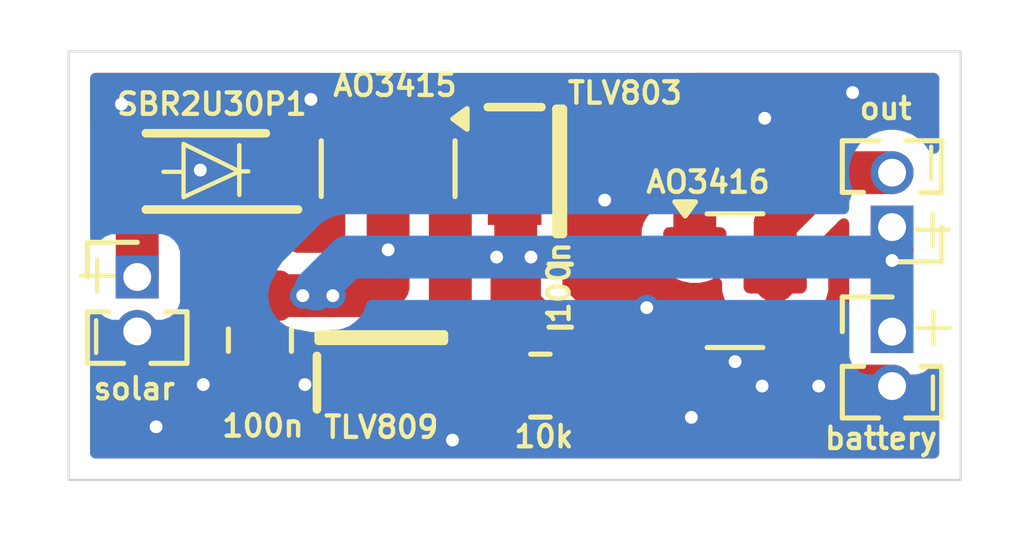
<source format=kicad_pcb>
(kicad_pcb (version 20241229) (generator "pcbnew") (generator_version "9.0")
  (layers (0 "F.Cu" signal) (2 "B.Cu" signal) (13 "F.Paste" user) (15 "B.Paste" user) (5 "F.SilkS" user "F.Silkscreen") (7 "B.SilkS" user "B.Silkscreen") (1 "F.Mask" user) (3 "B.Mask" user) (25 "Edge.Cuts" user))
  (net 0 "")
  (net 1 "-BATT")
  (net 2 "+BATT")
  (net 3 "Net-(D1-K)")
  (net 4 "Net-(D1-A)")
  (net 5 "Net-(IC1-~{RESET})")
  (net 6 "Net-(IC2-~{RESET})")
  (net 7 "Net-(J3-Pin_2)")
  (footprint "Marcus_Library:SOT95P237X112-3N" (layer "F.Cu") (at 73.45 88.3)
    (property "Reference" "IC2" (hide yes))
    (property "Value" "TLV803" (at 1.52 -1.83 0) (layer "F.SilkS") (effects (font (size 0.5 0.5) (thickness 0.1) (bold yes))))
    (fp_line (start -1.675 -1.5) (end -0.425 -1.5) (stroke (width 0.2)) (layer "F.SilkS"))
    (fp_line (start -0.075 -1.46) (end 0.075 -1.46) (stroke (width 0.2)) (layer "F.SilkS"))
    (fp_line (start -0.075 1.46) (end -0.075 -1.46) (stroke (width 0.2)) (layer "F.SilkS"))
    (fp_line (start 0.075 -1.46) (end 0.075 1.46) (stroke (width 0.2)) (layer "F.SilkS"))
    (fp_line (start 0.075 1.46) (end -0.075 1.46) (stroke (width 0.2)) (layer "F.SilkS"))
    (pad "1" smd rect (at -1.05 -0.95 90) (size 0.6 1.25) (layers "F.Cu" "F.Mask" "F.Paste") (net 6 "Net-(IC2-~{RESET})"))
    (pad "2" smd rect (at -1.05 0.95 90) (size 0.6 1.25) (layers "F.Cu" "F.Mask" "F.Paste") (net 2 "+BATT"))
    (pad "3" smd rect (at 1.05 0 90) (size 0.6 1.25) (layers "F.Cu" "F.Mask" "F.Paste") (net 1 "-BATT"))
  )
  (footprint "Capacitor_SMD:C_0805_2012Metric_Pad1.18x1.45mm_HandSolder" (layer "F.Cu") (at 66.46 92.2375 -90)
    (property "Reference" "C1" (hide yes))
    (property "Value" "100n" (at 2.0025 -0.07 180) (layer "F.SilkS") (effects (font (size 0.5 0.5) (thickness 0.1))))
    (fp_line (start -0.261252 0.735) (end 0.261252 0.735) (stroke (width 0.12)) (layer "F.SilkS"))
    (fp_line (start -0.261252 -0.735) (end 0.261252 -0.735) (stroke (width 0.12)) (layer "F.SilkS"))
    (pad "1" smd roundrect (at -1.0375 0 270) (size 1.175 1.45) (layers "F.Cu" "F.Mask" "F.Paste") (roundrect_rratio 0.212766) (net 2 "+BATT"))
    (pad "2" smd roundrect (at 1.0375 0 270) (size 1.175 1.45) (layers "F.Cu" "F.Mask" "F.Paste") (roundrect_rratio 0.212766) (net 1 "-BATT"))
  )
  (footprint "Package_TO_SOT_SMD:SOT-23" (layer "F.Cu") (at 77.5375 90.85)
    (property "Reference" "Q2" (hide yes))
    (property "Value" "AO3416" (at -0.6275 -2.3 0) (layer "F.SilkS") (effects (font (size 0.5 0.5) (thickness 0.1))))
    (fp_line (start 0 -1.56) (end -0.65 -1.56) (stroke (width 0.12)) (layer "F.SilkS"))
    (fp_line (start 0 -1.56) (end 0.65 -1.56) (stroke (width 0.12)) (layer "F.SilkS"))
    (fp_line (start 0 1.56) (end -0.65 1.56) (stroke (width 0.12)) (layer "F.SilkS"))
    (fp_line (start 0 1.56) (end 0.65 1.56) (stroke (width 0.12)) (layer "F.SilkS"))
    (fp_poly (pts (xy -1.1625 -1.51) (xy -1.4025 -1.84) (xy -0.9225 -1.84)) (stroke (width 0.12)) (fill yes) (layer "F.SilkS"))
    (pad "1" smd roundrect (at -0.9375 -0.95) (size 1.475 0.6) (layers "F.Cu" "F.Mask" "F.Paste") (net 6 "Net-(IC2-~{RESET})"))
    (pad "2" smd roundrect (at -0.9375 0.95) (size 1.475 0.6) (layers "F.Cu" "F.Mask" "F.Paste") (net 1 "-BATT"))
    (pad "3" smd roundrect (at 0.9375 0) (size 1.475 0.6) (layers "F.Cu" "F.Mask" "F.Paste") (net 7 "Net-(J3-Pin_2)"))
  )
  (footprint "Package_TO_SOT_SMD:SOT-23" (layer "F.Cu") (at 69.45 88.2375 -90)
    (property "Reference" "Q1" (hide yes))
    (property "Value" "AO3415" (at -1.9475 -0.16 180) (layer "F.SilkS") (effects (font (size 0.5 0.5) (thickness 0.1))))
    (fp_line (start 0 1.56) (end -0.65 1.56) (stroke (width 0.12)) (layer "F.SilkS"))
    (fp_line (start 0 1.56) (end 0.65 1.56) (stroke (width 0.12)) (layer "F.SilkS"))
    (fp_line (start 0 -1.56) (end -0.65 -1.56) (stroke (width 0.12)) (layer "F.SilkS"))
    (fp_line (start 0 -1.56) (end 0.65 -1.56) (stroke (width 0.12)) (layer "F.SilkS"))
    (fp_poly (pts (xy -1.1625 -1.51) (xy -1.4025 -1.84) (xy -0.9225 -1.84)) (stroke (width 0.12)) (fill yes) (layer "F.SilkS"))
    (pad "1" smd roundrect (at -0.9375 -0.95 270) (size 1.475 0.6) (layers "F.Cu" "F.Mask" "F.Paste") (net 5 "Net-(IC1-~{RESET})"))
    (pad "2" smd roundrect (at -0.9375 0.95 270) (size 1.475 0.6) (layers "F.Cu" "F.Mask" "F.Paste") (net 3 "Net-(D1-K)"))
    (pad "3" smd roundrect (at 0.9375 0 270) (size 1.475 0.6) (layers "F.Cu" "F.Mask" "F.Paste") (net 2 "+BATT"))
  )
  (footprint "Capacitor_SMD:C_0805_2012Metric_Pad1.18x1.45mm_HandSolder" (layer "F.Cu") (at 73.4625 91.2)
    (property "Reference" "C2" (hide yes))
    (property "Value" "100n" (at -0.0325 -0.3 90) (layer "F.SilkS") (effects (font (size 0.5 0.5) (thickness 0.1))))
    (fp_line (start -0.261252 -0.735) (end 0.261252 -0.735) (stroke (width 0.12)) (layer "F.SilkS"))
    (fp_line (start -0.261252 0.735) (end 0.261252 0.735) (stroke (width 0.12)) (layer "F.SilkS"))
    (pad "1" smd roundrect (at -1.0375 0) (size 1.175 1.45) (layers "F.Cu" "F.Mask" "F.Paste") (roundrect_rratio 0.212766) (net 2 "+BATT"))
    (pad "2" smd roundrect (at 1.0375 0) (size 1.175 1.45) (layers "F.Cu" "F.Mask" "F.Paste") (roundrect_rratio 0.212766) (net 1 "-BATT"))
  )
  (footprint "Resistor_SMD:R_0805_2012Metric_Pad1.20x1.40mm_HandSolder" (layer "F.Cu") (at 73 93.3 180)
    (property "Reference" "R1" (hide yes))
    (property "Value" "10k" (at -0.08 -1.19 0) (layer "F.SilkS") (effects (font (size 0.5 0.5) (thickness 0.1))))
    (fp_line (start -0.227064 0.735) (end 0.227064 0.735) (stroke (width 0.12)) (layer "F.SilkS"))
    (fp_line (start -0.227064 -0.735) (end 0.227064 -0.735) (stroke (width 0.12)) (layer "F.SilkS"))
    (pad "1" smd roundrect (at -1 0 180) (size 1.2 1.4) (layers "F.Cu" "F.Mask" "F.Paste") (roundrect_rratio 0.208333) (net 2 "+BATT"))
    (pad "2" smd roundrect (at 1 0 180) (size 1.2 1.4) (layers "F.Cu" "F.Mask" "F.Paste") (roundrect_rratio 0.208333) (net 5 "Net-(IC1-~{RESET})"))
  )
  (footprint "Connector_PinHeader_1.27mm:PinHeader_1x02_P1.27mm_Vertical" (layer "F.Cu") (at 81.2 92.04)
    (property "Reference" "J2" (hide yes))
    (property "Value" "battery" (at -0.26 2.49 0) (layer "F.SilkS") (effects (font (size 0.5 0.5) (thickness 0.1))))
    (fp_line (start -1.16 -0.81) (end 0 -0.81) (stroke (width 0.12)) (layer "F.SilkS"))
    (fp_line (start -1.16 0) (end -1.16 -0.81) (stroke (width 0.12)) (layer "F.SilkS"))
    (fp_line (start -1.16 0.81) (end -1.16 2.015) (stroke (width 0.12)) (layer "F.SilkS"))
    (fp_line (start -1.16 0.81) (end -0.666708 0.81) (stroke (width 0.12)) (layer "F.SilkS"))
    (fp_line (start -1.16 2.015) (end -0.317923 2.015) (stroke (width 0.12)) (layer "F.SilkS"))
    (fp_line (start 0.317923 2.015) (end 1.16 2.015) (stroke (width 0.12)) (layer "F.SilkS"))
    (fp_line (start 0.666708 0.81) (end 1.16 0.81) (stroke (width 0.12)) (layer "F.SilkS"))
    (fp_line (start 1.16 0.81) (end 1.16 2.015) (stroke (width 0.12)) (layer "F.SilkS"))
    (pad "1" thru_hole rect (at 0 0) (size 1 1) (drill 0.65) (layers "*.Cu" "*.Mask") (net 2 "+BATT"))
    (pad "2" thru_hole circle (at 0 1.27) (size 1 1) (drill 0.65) (layers "*.Cu" "*.Mask") (net 1 "-BATT"))
  )
  (footprint "Marcus_Library:SODFL3718X100N" (layer "F.Cu") (at 65.2 88.3 180)
    (property "Reference" "D1" (hide yes))
    (property "Value" "SBR2U30P1" (at -0.14 1.57 0) (layer "F.SilkS") (effects (font (size 0.5 0.5) (thickness 0.1))))
    (fp_line (start -1.4 0.89) (end 1.4 0.89) (stroke (width 0.2)) (layer "F.SilkS"))
    (fp_line (start -2.15 -0.89) (end 1.4 -0.89) (stroke (width 0.2)) (layer "F.SilkS"))
    (pad "1" smd rect (at -1.6 0 180) (size 1.1 1.27) (layers "F.Cu" "F.Mask" "F.Paste") (net 3 "Net-(D1-K)"))
    (pad "2" smd rect (at 1.6 0 180) (size 1.1 1.27) (layers "F.Cu" "F.Mask" "F.Paste") (net 4 "Net-(D1-A)"))
  )
  (footprint "Connector_PinHeader_1.27mm:PinHeader_1x02_P1.27mm_Vertical" (layer "F.Cu") (at 81.2 89.6 180)
    (property "Reference" "J3" (hide yes))
    (property "Value" "out" (at 0.15 2.77 0) (layer "F.SilkS") (effects (font (size 0.5 0.5) (thickness 0.1))))
    (fp_line (start 1.16 0.81) (end 1.16 2.015) (stroke (width 0.12)) (layer "F.SilkS"))
    (fp_line (start 0.666708 0.81) (end 1.16 0.81) (stroke (width 0.12)) (layer "F.SilkS"))
    (fp_line (start 0.317923 2.015) (end 1.16 2.015) (stroke (width 0.12)) (layer "F.SilkS"))
    (fp_line (start -1.16 2.015) (end -0.317923 2.015) (stroke (width 0.12)) (layer "F.SilkS"))
    (fp_line (start -1.16 0.81) (end -0.666708 0.81) (stroke (width 0.12)) (layer "F.SilkS"))
    (fp_line (start -1.16 0.81) (end -1.16 2.015) (stroke (width 0.12)) (layer "F.SilkS"))
    (fp_line (start -1.16 0) (end -1.16 -0.81) (stroke (width 0.12)) (layer "F.SilkS"))
    (fp_line (start -1.16 -0.81) (end 0 -0.81) (stroke (width 0.12)) (layer "F.SilkS"))
    (pad "1" thru_hole rect (at 0 0 180) (size 1 1) (drill 0.65) (layers "*.Cu" "*.Mask") (net 2 "+BATT"))
    (pad "2" thru_hole circle (at 0 1.27 180) (size 1 1) (drill 0.65) (layers "*.Cu" "*.Mask") (net 7 "Net-(J3-Pin_2)"))
  )
  (footprint "Connector_PinHeader_1.27mm:PinHeader_1x02_P1.27mm_Vertical" (layer "F.Cu") (at 63.6 90.765)
    (property "Reference" "J1" (hide yes))
    (property "Value" "solar" (at -0.07 2.605 180) (layer "F.SilkS") (effects (font (size 0.5 0.5) (thickness 0.1))))
    (fp_line (start -1.16 -0.81) (end 0 -0.81) (stroke (width 0.12)) (layer "F.SilkS"))
    (fp_line (start -1.16 0) (end -1.16 -0.81) (stroke (width 0.12)) (layer "F.SilkS"))
    (fp_line (start -1.16 0.81) (end -1.16 2.015) (stroke (width 0.12)) (layer "F.SilkS"))
    (fp_line (start -1.16 0.81) (end -0.666708 0.81) (stroke (width 0.12)) (layer "F.SilkS"))
    (fp_line (start -1.16 2.015) (end -0.317923 2.015) (stroke (width 0.12)) (layer "F.SilkS"))
    (fp_line (start 0.317923 2.015) (end 1.16 2.015) (stroke (width 0.12)) (layer "F.SilkS"))
    (fp_line (start 0.666708 0.81) (end 1.16 0.81) (stroke (width 0.12)) (layer "F.SilkS"))
    (fp_line (start 1.16 0.81) (end 1.16 2.015) (stroke (width 0.12)) (layer "F.SilkS"))
    (pad "1" thru_hole rect (at 0 0) (size 1 1) (drill 0.65) (layers "*.Cu" "*.Mask") (net 4 "Net-(D1-A)"))
    (pad "2" thru_hole circle (at 0 1.27) (size 1 1) (drill 0.65) (layers "*.Cu" "*.Mask") (net 1 "-BATT"))
  )
  (footprint "Marcus_Library:SOT95P237X95-3N" (layer "F.Cu") (at 69.29 92.18 90)
    (property "Reference" "IC1" (hide yes))
    (property "Value" "TLV809" (at -2.09 0 180) (layer "F.SilkS") (effects (font (size 0.5 0.5) (thickness 0.1) (bold yes))))
    (fp_line (start -1.675 -1.5) (end -0.425 -1.5) (stroke (width 0.2)) (layer "F.SilkS"))
    (fp_line (start 0.075 -1.46) (end 0.075 1.46) (stroke (width 0.2)) (layer "F.SilkS"))
    (fp_line (start -0.075 -1.46) (end 0.075 -1.46) (stroke (width 0.2)) (layer "F.SilkS"))
    (fp_line (start 0.075 1.46) (end -0.075 1.46) (stroke (width 0.2)) (layer "F.SilkS"))
    (fp_line (start -0.075 1.46) (end -0.075 -1.46) (stroke (width 0.2)) (layer "F.SilkS"))
    (pad "1" smd rect (at -1.05 -0.95 180) (size 0.6 1.25) (layers "F.Cu" "F.Mask" "F.Paste") (net 1 "-BATT"))
    (pad "2" smd rect (at -1.05 0.95 180) (size 0.6 1.25) (layers "F.Cu" "F.Mask" "F.Paste") (net 5 "Net-(IC1-~{RESET})"))
    (pad "3" smd rect (at 1.05 0 180) (size 0.6 1.25) (layers "F.Cu" "F.Mask" "F.Paste") (net 2 "+BATT"))
  )
  (gr_line (start 65.98 88.3) (end 64.68 87.66) (stroke (width 0.1)) (layer "F.SilkS"))
  (gr_line (start 65.98 87.69) (end 65.98 88.85) (stroke (width 0.1)) (layer "F.SilkS"))
  (gr_line (start 65.98 88.3) (end 66.19 88.3) (stroke (width 0.1)) (layer "F.SilkS"))
  (gr_line (start 64.68 87.66) (end 64.68 88.9) (stroke (width 0.1)) (layer "F.SilkS"))
  (gr_line (start 65.98 87.86) (end 65.98 87.69) (stroke (width 0.1)) (layer "F.SilkS"))
  (gr_line (start 64.68 88.9) (end 65.98 88.3) (stroke (width 0.1)) (layer "F.SilkS"))
  (gr_line (start 64.21 88.31) (end 64.68 88.31) (stroke (width 0.1)) (layer "F.SilkS"))
  (gr_line (start 65.98 87.86) (end 65.98 88.74) (stroke (width 0.1)) (layer "F.SilkS"))
  (gr_rect (start 62 85.5) (end 82.8 95.5) (stroke (width 0.05)) (fill no) (layer "Edge.Cuts"))
  (gr_text "-" (at 82.62 88.79 90) (layer "F.SilkS") (effects (font (size 1 1) (thickness 0.1)) (justify left bottom)))
  (gr_text "+" (at 81.46 90.17 0) (layer "F.SilkS") (effects (font (size 1 1) (thickness 0.1)) (justify left bottom)))
  (gr_text "-" (at 63.15 92.84 90) (layer "F.SilkS") (effects (font (size 1 1) (thickness 0.1)) (justify left bottom)))
  (gr_text "-" (at 82.66 94.15 90) (layer "F.SilkS") (effects (font (size 1 1) (thickness 0.1)) (justify left bottom)))
  (gr_text "+" (at 61.98 91.24 0) (layer "F.SilkS") (effects (font (size 1 1) (thickness 0.1)) (justify left bottom)))
  (gr_text "+" (at 81.48 92.46 0) (layer "F.SilkS") (effects (font (size 1 1) (thickness 0.1)) (justify left bottom)))
  (segment (start 75.8 91.8) (end 75.48 91.48) (width 1) (layer "F.Cu") (net 1))
  (segment (start 79.49 93.31) (end 78.17 93.31) (width 1) (layer "F.Cu") (net 1))
  (segment (start 75.48 91.48) (end 75.2 91.2) (width 1) (layer "F.Cu") (net 1))
  (segment (start 74.5 88.97) (end 74.5 91.2) (width 1) (layer "F.Cu") (net 1))
  (segment (start 64.84 93.275) (end 63.6 92.035) (width 1) (layer "F.Cu") (net 1))
  (segment (start 81.2 93.31) (end 79.49 93.31) (width 1) (layer "F.Cu") (net 1))
  (segment (start 67.51 93.275) (end 68.295 93.275) (width 1) (layer "F.Cu") (net 1))
  (segment (start 75.2 91.2) (end 74.5 91.2) (width 1) (layer "F.Cu") (net 1))
  (segment (start 66.46 93.275) (end 65.14 93.275) (width 1) (layer "F.Cu") (net 1))
  (segment (start 66.46 93.275) (end 67.51 93.275) (width 1) (layer "F.Cu") (net 1))
  (segment (start 78.17 93.31) (end 78.11 93.31) (width 1) (layer "F.Cu") (net 1))
  (segment (start 78.11 93.31) (end 77.54 92.74) (width 1) (layer "F.Cu") (net 1))
  (segment (start 77.54 92.74) (end 76.6 91.8) (width 1) (layer "F.Cu") (net 1))
  (segment (start 68.295 93.275) (end 68.34 93.23) (width 0.2) (layer "F.Cu") (net 1))
  (segment (start 76.6 91.8) (end 75.8 91.8) (width 1) (layer "F.Cu") (net 1))
  (segment (start 74.5 88.3) (end 74.5 88.97) (width 1) (layer "F.Cu") (net 1))
  (segment (start 65.14 93.275) (end 64.84 93.275) (width 1) (layer "F.Cu") (net 1))
  (via (at 80.28 86.46) (size 0.6) (drill 0.3) (layers "F.Cu" "B.Cu") (net 1))
  (via (at 78.17 93.31) (size 0.6) (drill 0.3) (layers "F.Cu" "B.Cu") (net 1))
  (via (at 75.48 91.48) (size 0.6) (drill 0.3) (layers "F.Cu" "B.Cu") (net 1))
  (via (at 65.07 88.27) (size 0.6) (drill 0.3) (layers "F.Cu" "B.Cu") (net 1))
  (via (at 63.23 86.73) (size 0.6) (drill 0.3) (layers "F.Cu" "B.Cu") (net 1))
  (via (at 67.65 86.62) (size 0.6) (drill 0.3) (layers "F.Cu" "B.Cu") (net 1))
  (via (at 78.23 87.06) (size 0.6) (drill 0.3) (layers "F.Cu" "B.Cu") (net 1))
  (via (at 64.04 94.26) (size 0.6) (drill 0.3) (layers "F.Cu" "B.Cu") (net 1))
  (via (at 76.52 94.04) (size 0.6) (drill 0.3) (layers "F.Cu" "B.Cu") (net 1))
  (via (at 79.49 93.31) (size 0.6) (drill 0.3) (layers "F.Cu" "B.Cu") (net 1))
  (via (at 65.14 93.275) (size 0.6) (drill 0.3) (layers "F.Cu" "B.Cu") (net 1))
  (via (at 74.5 88.97) (size 0.6) (drill 0.3) (layers "F.Cu" "B.Cu") (net 1))
  (via (at 77.54 92.74) (size 0.6) (drill 0.3) (layers "F.Cu" "B.Cu") (net 1))
  (via (at 67.51 93.275) (size 0.6) (drill 0.3) (layers "F.Cu" "B.Cu") (net 1))
  (via (at 70.95 94.57) (size 0.6) (drill 0.3) (layers "F.Cu" "B.Cu") (net 1))
  (segment (start 68.16 91.2) (end 69.22 91.2) (width 1) (layer "F.Cu") (net 2))
  (segment (start 67.46 91.2) (end 68.16 91.2) (width 1) (layer "F.Cu") (net 2))
  (segment (start 81.2 89.6) (end 81.2 90.38) (width 1) (layer "F.Cu") (net 2))
  (segment (start 69.22 91.2) (end 69.29 91.13) (width 0.2) (layer "F.Cu") (net 2))
  (segment (start 69.45 90.97) (end 69.29 91.13) (width 0.2) (layer "F.Cu") (net 2))
  (segment (start 81.2 90.38) (end 81.2 92) (width 1) (layer "F.Cu") (net 2))
  (segment (start 81.2 92) (end 81.24 92.04) (width 0.2) (layer "F.Cu") (net 2))
  (segment (start 66.46 91.2) (end 67.46 91.2) (width 1) (layer "F.Cu") (net 2))
  (segment (start 72.425 91.325) (end 72.425 91.2) (width 0.2) (layer "F.Cu") (net 2))
  (segment (start 72.425 90.3) (end 72.425 89.275) (width 1) (layer "F.Cu") (net 2))
  (segment (start 69.45 89.175) (end 69.45 90.13) (width 1) (layer "F.Cu") (net 2))
  (segment (start 69.45 90.13) (end 69.45 90.3) (width 1) (layer "F.Cu") (net 2))
  (segment (start 74.4 93.3) (end 72.425 91.325) (width 1) (layer "F.Cu") (net 2))
  (segment (start 72.425 91.2) (end 72.425 90.3) (width 1) (layer "F.Cu") (net 2))
  (segment (start 69.45 90.3) (end 69.45 90.97) (width 1) (layer "F.Cu") (net 2))
  (segment (start 72.425 89.275) (end 72.4 89.25) (width 0.2) (layer "F.Cu") (net 2))
  (via (at 72.78 90.3) (size 0.6) (drill 0.3) (layers "F.Cu" "B.Cu") (net 2))
  (via (at 69.45 90.13) (size 0.6) (drill 0.3) (layers "F.Cu" "B.Cu") (net 2))
  (via (at 67.46 91.2) (size 0.6) (drill 0.3) (layers "F.Cu" "B.Cu") (net 2))
  (via (at 71.98 90.3) (size 0.6) (drill 0.3) (layers "F.Cu" "B.Cu") (net 2))
  (via (at 81.2 90.38) (size 0.6) (drill 0.3) (layers "F.Cu" "B.Cu") (net 2))
  (via (at 68.16 91.2) (size 0.6) (drill 0.3) (layers "F.Cu" "B.Cu") (net 2))
  (segment (start 69.45 90.3) (end 69.89 90.3) (width 1) (layer "B.Cu") (net 2))
  (segment (start 68.51 90.3) (end 67.76 91.05) (width 1) (layer "B.Cu") (net 2))
  (segment (start 71.98 90.3) (end 72.425 90.3) (width 1) (layer "B.Cu") (net 2))
  (segment (start 72.78 90.3) (end 81.2 90.3) (width 1) (layer "B.Cu") (net 2))
  (segment (start 69.89 90.3) (end 71.98 90.3) (width 1) (layer "B.Cu") (net 2))
  (segment (start 69.45 90.3) (end 68.51 90.3) (width 1) (layer "B.Cu") (net 2))
  (segment (start 72.425 90.3) (end 72.78 90.3) (width 1) (layer "B.Cu") (net 2))
  (segment (start 81.2 90.3) (end 81.2 92.04) (width 1) (layer "B.Cu") (net 2))
  (segment (start 67.5 88.3) (end 68.5 87.3) (width 1) (layer "F.Cu") (net 3))
  (segment (start 66.8 88.3) (end 67.5 88.3) (width 1) (layer "F.Cu") (net 3))
  (segment (start 63.6 88.3) (end 63.6 90.765) (width 1) (layer "F.Cu") (net 4))
  (segment (start 70.24 93.23) (end 70.24 93.64) (width 0.2) (layer "F.Cu") (net 5))
  (segment (start 70.4 87.3) (end 70.9 87.8) (width 1) (layer "F.Cu") (net 5))
  (segment (start 70.4 93.07) (end 70.24 93.23) (width 0.2) (layer "F.Cu") (net 5))
  (segment (start 70.9 87.8) (end 70.9 93.23) (width 1) (layer "F.Cu") (net 5))
  (segment (start 70.9 93.23) (end 72.33 93.23) (width 1) (layer "F.Cu") (net 5))
  (segment (start 72.33 93.23) (end 72.4 93.3) (width 0.2) (layer "F.Cu") (net 5))
  (segment (start 70.24 93.23) (end 70.9 93.23) (width 1) (layer "F.Cu") (net 5))
  (segment (start 72.4 87.35) (end 72.45 87.35) (width 0.2) (layer "F.Cu") (net 6))
  (segment (start 75.7 86.8) (end 76.6 87.7) (width 1) (layer "F.Cu") (net 6))
  (segment (start 73 86.8) (end 75.7 86.8) (width 1) (layer "F.Cu") (net 6))
  (segment (start 72.45 87.35) (end 73 86.8) (width 1) (layer "F.Cu") (net 6))
  (segment (start 76.6 87.7) (end 76.6 89.9) (width 1) (layer "F.Cu") (net 6))
  (segment (start 81.2 88.33) (end 79.67 88.33) (width 1) (layer "F.Cu") (net 7))
  (segment (start 78.475 89.525) (end 78.475 90.85) (width 1) (layer "F.Cu") (net 7))
  (segment (start 79.67 88.33) (end 78.475 89.525) (width 1) (layer "F.Cu") (net 7))
  (zone (net 1) (net_name "-BATT") (layer "F.Cu") (priority 2) (connect_pads yes (clearance 0.5)) (min_thickness 0.25) (fill yes (thermal_gap 0.5) (thermal_bridge_width 0.5))
    (polygon (pts (xy 61.99 85.46) (xy 62.04 95.48) (xy 82.83 95.52) (xy 82.81 85.49) (xy 61.99 85.45)))
  )
  (zone (net 1) (net_name "-BATT") (layer "B.Cu") (connect_pads yes (clearance 0.5)) (min_thickness 0.25) (fill yes (thermal_gap 0.5) (thermal_bridge_width 0.5))
    (polygon (pts (xy 61.1 84.6) (xy 60.4 96.9) (xy 84.3 96.4) (xy 84.1 84.3)))
  )
)
</source>
